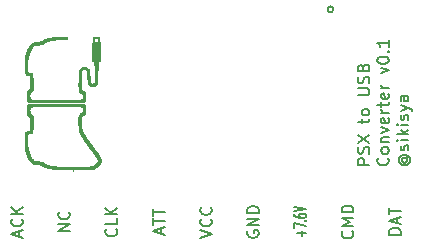
<source format=gto>
%TF.GenerationSoftware,KiCad,Pcbnew,(5.1.9)-1*%
%TF.CreationDate,2021-08-22T22:08:55+09:00*%
%TF.ProjectId,negcon_converter,6e656763-6f6e-45f6-936f-6e7665727465,rev?*%
%TF.SameCoordinates,Original*%
%TF.FileFunction,Legend,Top*%
%TF.FilePolarity,Positive*%
%FSLAX46Y46*%
G04 Gerber Fmt 4.6, Leading zero omitted, Abs format (unit mm)*
G04 Created by KiCad (PCBNEW (5.1.9)-1) date 2021-08-22 22:08:55*
%MOMM*%
%LPD*%
G01*
G04 APERTURE LIST*
%ADD10C,0.150000*%
%ADD11C,0.010000*%
G04 APERTURE END LIST*
D10*
X122302380Y-104164404D02*
X121302380Y-104164404D01*
X121302380Y-103783452D01*
X121350000Y-103688214D01*
X121397619Y-103640595D01*
X121492857Y-103592976D01*
X121635714Y-103592976D01*
X121730952Y-103640595D01*
X121778571Y-103688214D01*
X121826190Y-103783452D01*
X121826190Y-104164404D01*
X122254761Y-103212023D02*
X122302380Y-103069166D01*
X122302380Y-102831071D01*
X122254761Y-102735833D01*
X122207142Y-102688214D01*
X122111904Y-102640595D01*
X122016666Y-102640595D01*
X121921428Y-102688214D01*
X121873809Y-102735833D01*
X121826190Y-102831071D01*
X121778571Y-103021547D01*
X121730952Y-103116785D01*
X121683333Y-103164404D01*
X121588095Y-103212023D01*
X121492857Y-103212023D01*
X121397619Y-103164404D01*
X121350000Y-103116785D01*
X121302380Y-103021547D01*
X121302380Y-102783452D01*
X121350000Y-102640595D01*
X121302380Y-102307261D02*
X122302380Y-101640595D01*
X121302380Y-101640595D02*
X122302380Y-102307261D01*
X121635714Y-100640595D02*
X121635714Y-100259642D01*
X121302380Y-100497738D02*
X122159523Y-100497738D01*
X122254761Y-100450119D01*
X122302380Y-100354880D01*
X122302380Y-100259642D01*
X122302380Y-99783452D02*
X122254761Y-99878690D01*
X122207142Y-99926309D01*
X122111904Y-99973928D01*
X121826190Y-99973928D01*
X121730952Y-99926309D01*
X121683333Y-99878690D01*
X121635714Y-99783452D01*
X121635714Y-99640595D01*
X121683333Y-99545357D01*
X121730952Y-99497738D01*
X121826190Y-99450119D01*
X122111904Y-99450119D01*
X122207142Y-99497738D01*
X122254761Y-99545357D01*
X122302380Y-99640595D01*
X122302380Y-99783452D01*
X121302380Y-98259642D02*
X122111904Y-98259642D01*
X122207142Y-98212023D01*
X122254761Y-98164404D01*
X122302380Y-98069166D01*
X122302380Y-97878690D01*
X122254761Y-97783452D01*
X122207142Y-97735833D01*
X122111904Y-97688214D01*
X121302380Y-97688214D01*
X122254761Y-97259642D02*
X122302380Y-97116785D01*
X122302380Y-96878690D01*
X122254761Y-96783452D01*
X122207142Y-96735833D01*
X122111904Y-96688214D01*
X122016666Y-96688214D01*
X121921428Y-96735833D01*
X121873809Y-96783452D01*
X121826190Y-96878690D01*
X121778571Y-97069166D01*
X121730952Y-97164404D01*
X121683333Y-97212023D01*
X121588095Y-97259642D01*
X121492857Y-97259642D01*
X121397619Y-97212023D01*
X121350000Y-97164404D01*
X121302380Y-97069166D01*
X121302380Y-96831071D01*
X121350000Y-96688214D01*
X121778571Y-95926309D02*
X121826190Y-95783452D01*
X121873809Y-95735833D01*
X121969047Y-95688214D01*
X122111904Y-95688214D01*
X122207142Y-95735833D01*
X122254761Y-95783452D01*
X122302380Y-95878690D01*
X122302380Y-96259642D01*
X121302380Y-96259642D01*
X121302380Y-95926309D01*
X121350000Y-95831071D01*
X121397619Y-95783452D01*
X121492857Y-95735833D01*
X121588095Y-95735833D01*
X121683333Y-95783452D01*
X121730952Y-95831071D01*
X121778571Y-95926309D01*
X121778571Y-96259642D01*
X123857142Y-103592976D02*
X123904761Y-103640595D01*
X123952380Y-103783452D01*
X123952380Y-103878690D01*
X123904761Y-104021547D01*
X123809523Y-104116785D01*
X123714285Y-104164404D01*
X123523809Y-104212023D01*
X123380952Y-104212023D01*
X123190476Y-104164404D01*
X123095238Y-104116785D01*
X123000000Y-104021547D01*
X122952380Y-103878690D01*
X122952380Y-103783452D01*
X123000000Y-103640595D01*
X123047619Y-103592976D01*
X123952380Y-103021547D02*
X123904761Y-103116785D01*
X123857142Y-103164404D01*
X123761904Y-103212023D01*
X123476190Y-103212023D01*
X123380952Y-103164404D01*
X123333333Y-103116785D01*
X123285714Y-103021547D01*
X123285714Y-102878690D01*
X123333333Y-102783452D01*
X123380952Y-102735833D01*
X123476190Y-102688214D01*
X123761904Y-102688214D01*
X123857142Y-102735833D01*
X123904761Y-102783452D01*
X123952380Y-102878690D01*
X123952380Y-103021547D01*
X123285714Y-102259642D02*
X123952380Y-102259642D01*
X123380952Y-102259642D02*
X123333333Y-102212023D01*
X123285714Y-102116785D01*
X123285714Y-101973928D01*
X123333333Y-101878690D01*
X123428571Y-101831071D01*
X123952380Y-101831071D01*
X123285714Y-101450119D02*
X123952380Y-101212023D01*
X123285714Y-100973928D01*
X123904761Y-100212023D02*
X123952380Y-100307261D01*
X123952380Y-100497738D01*
X123904761Y-100592976D01*
X123809523Y-100640595D01*
X123428571Y-100640595D01*
X123333333Y-100592976D01*
X123285714Y-100497738D01*
X123285714Y-100307261D01*
X123333333Y-100212023D01*
X123428571Y-100164404D01*
X123523809Y-100164404D01*
X123619047Y-100640595D01*
X123952380Y-99735833D02*
X123285714Y-99735833D01*
X123476190Y-99735833D02*
X123380952Y-99688214D01*
X123333333Y-99640595D01*
X123285714Y-99545357D01*
X123285714Y-99450119D01*
X123285714Y-99259642D02*
X123285714Y-98878690D01*
X122952380Y-99116785D02*
X123809523Y-99116785D01*
X123904761Y-99069166D01*
X123952380Y-98973928D01*
X123952380Y-98878690D01*
X123904761Y-98164404D02*
X123952380Y-98259642D01*
X123952380Y-98450119D01*
X123904761Y-98545357D01*
X123809523Y-98592976D01*
X123428571Y-98592976D01*
X123333333Y-98545357D01*
X123285714Y-98450119D01*
X123285714Y-98259642D01*
X123333333Y-98164404D01*
X123428571Y-98116785D01*
X123523809Y-98116785D01*
X123619047Y-98592976D01*
X123952380Y-97688214D02*
X123285714Y-97688214D01*
X123476190Y-97688214D02*
X123380952Y-97640595D01*
X123333333Y-97592976D01*
X123285714Y-97497738D01*
X123285714Y-97402500D01*
X123285714Y-96402500D02*
X123952380Y-96164404D01*
X123285714Y-95926309D01*
X122952380Y-95354880D02*
X122952380Y-95259642D01*
X123000000Y-95164404D01*
X123047619Y-95116785D01*
X123142857Y-95069166D01*
X123333333Y-95021547D01*
X123571428Y-95021547D01*
X123761904Y-95069166D01*
X123857142Y-95116785D01*
X123904761Y-95164404D01*
X123952380Y-95259642D01*
X123952380Y-95354880D01*
X123904761Y-95450119D01*
X123857142Y-95497738D01*
X123761904Y-95545357D01*
X123571428Y-95592976D01*
X123333333Y-95592976D01*
X123142857Y-95545357D01*
X123047619Y-95497738D01*
X123000000Y-95450119D01*
X122952380Y-95354880D01*
X123857142Y-94592976D02*
X123904761Y-94545357D01*
X123952380Y-94592976D01*
X123904761Y-94640595D01*
X123857142Y-94592976D01*
X123952380Y-94592976D01*
X123952380Y-93592976D02*
X123952380Y-94164404D01*
X123952380Y-93878690D02*
X122952380Y-93878690D01*
X123095238Y-93973928D01*
X123190476Y-94069166D01*
X123238095Y-94164404D01*
X125126190Y-103545357D02*
X125078571Y-103592976D01*
X125030952Y-103688214D01*
X125030952Y-103783452D01*
X125078571Y-103878690D01*
X125126190Y-103926309D01*
X125221428Y-103973928D01*
X125316666Y-103973928D01*
X125411904Y-103926309D01*
X125459523Y-103878690D01*
X125507142Y-103783452D01*
X125507142Y-103688214D01*
X125459523Y-103592976D01*
X125411904Y-103545357D01*
X125030952Y-103545357D02*
X125411904Y-103545357D01*
X125459523Y-103497738D01*
X125459523Y-103450119D01*
X125411904Y-103354880D01*
X125316666Y-103307261D01*
X125078571Y-103307261D01*
X124935714Y-103402500D01*
X124840476Y-103545357D01*
X124792857Y-103735833D01*
X124840476Y-103926309D01*
X124935714Y-104069166D01*
X125078571Y-104164404D01*
X125269047Y-104212023D01*
X125459523Y-104164404D01*
X125602380Y-104069166D01*
X125697619Y-103926309D01*
X125745238Y-103735833D01*
X125697619Y-103545357D01*
X125602380Y-103402500D01*
X125554761Y-102926309D02*
X125602380Y-102831071D01*
X125602380Y-102640595D01*
X125554761Y-102545357D01*
X125459523Y-102497738D01*
X125411904Y-102497738D01*
X125316666Y-102545357D01*
X125269047Y-102640595D01*
X125269047Y-102783452D01*
X125221428Y-102878690D01*
X125126190Y-102926309D01*
X125078571Y-102926309D01*
X124983333Y-102878690D01*
X124935714Y-102783452D01*
X124935714Y-102640595D01*
X124983333Y-102545357D01*
X125602380Y-102069166D02*
X124935714Y-102069166D01*
X124602380Y-102069166D02*
X124650000Y-102116785D01*
X124697619Y-102069166D01*
X124650000Y-102021547D01*
X124602380Y-102069166D01*
X124697619Y-102069166D01*
X125602380Y-101592976D02*
X124602380Y-101592976D01*
X125221428Y-101497738D02*
X125602380Y-101212023D01*
X124935714Y-101212023D02*
X125316666Y-101592976D01*
X125602380Y-100783452D02*
X124935714Y-100783452D01*
X124602380Y-100783452D02*
X124650000Y-100831071D01*
X124697619Y-100783452D01*
X124650000Y-100735833D01*
X124602380Y-100783452D01*
X124697619Y-100783452D01*
X125554761Y-100354880D02*
X125602380Y-100259642D01*
X125602380Y-100069166D01*
X125554761Y-99973928D01*
X125459523Y-99926309D01*
X125411904Y-99926309D01*
X125316666Y-99973928D01*
X125269047Y-100069166D01*
X125269047Y-100212023D01*
X125221428Y-100307261D01*
X125126190Y-100354880D01*
X125078571Y-100354880D01*
X124983333Y-100307261D01*
X124935714Y-100212023D01*
X124935714Y-100069166D01*
X124983333Y-99973928D01*
X124935714Y-99592976D02*
X125602380Y-99354880D01*
X124935714Y-99116785D02*
X125602380Y-99354880D01*
X125840476Y-99450119D01*
X125888095Y-99497738D01*
X125935714Y-99592976D01*
X125602380Y-98307261D02*
X125078571Y-98307261D01*
X124983333Y-98354880D01*
X124935714Y-98450119D01*
X124935714Y-98640595D01*
X124983333Y-98735833D01*
X125554761Y-98307261D02*
X125602380Y-98402500D01*
X125602380Y-98640595D01*
X125554761Y-98735833D01*
X125459523Y-98783452D01*
X125364285Y-98783452D01*
X125269047Y-98735833D01*
X125221428Y-98640595D01*
X125221428Y-98402500D01*
X125173809Y-98307261D01*
X119250000Y-91000000D02*
G75*
G03*
X119250000Y-91000000I-250000J0D01*
G01*
D11*
%TO.C,G\u002A\u002A\u002A*%
G36*
X93195123Y-101347501D02*
G01*
X93283898Y-101290481D01*
X93400514Y-101269712D01*
X93433589Y-101269067D01*
X93587467Y-101269067D01*
X93587467Y-100221937D01*
X93452000Y-100083734D01*
X93316534Y-99945531D01*
X93316533Y-99510582D01*
X93317034Y-99332085D01*
X93319810Y-99209887D01*
X93326776Y-99132555D01*
X93339844Y-99088657D01*
X93360928Y-99066758D01*
X93391941Y-99055426D01*
X93392733Y-99055213D01*
X93440826Y-99051307D01*
X93549820Y-99047825D01*
X93712884Y-99044765D01*
X93923187Y-99042128D01*
X94173899Y-99039913D01*
X94458188Y-99038118D01*
X94769224Y-99036745D01*
X95100175Y-99035791D01*
X95444211Y-99035257D01*
X95794501Y-99035142D01*
X96144213Y-99035445D01*
X96486518Y-99036166D01*
X96814584Y-99037304D01*
X97121580Y-99038859D01*
X97400675Y-99040830D01*
X97645039Y-99043217D01*
X97847840Y-99046018D01*
X98002248Y-99049234D01*
X98101431Y-99052864D01*
X98134067Y-99055604D01*
X98261067Y-99076596D01*
X98260548Y-99453165D01*
X98258206Y-99608460D01*
X98252258Y-99739752D01*
X98243651Y-99831603D01*
X98235148Y-99866853D01*
X98186425Y-99901343D01*
X98113042Y-99927791D01*
X97994074Y-99979954D01*
X97931188Y-100061814D01*
X97922400Y-100115181D01*
X97908657Y-100171514D01*
X97888534Y-100185334D01*
X97873464Y-100217798D01*
X97862375Y-100309738D01*
X97855976Y-100452974D01*
X97854667Y-100574800D01*
X97857490Y-100748096D01*
X97865485Y-100875626D01*
X97877940Y-100949214D01*
X97888534Y-100964267D01*
X97910918Y-100994039D01*
X97922108Y-101067245D01*
X97922400Y-101082801D01*
X97930906Y-101161147D01*
X97951822Y-101200310D01*
X97956267Y-101201334D01*
X97985429Y-101229121D01*
X97990134Y-101257687D01*
X98002944Y-101324355D01*
X98034456Y-101412145D01*
X98074295Y-101497951D01*
X98112083Y-101558663D01*
X98132118Y-101573867D01*
X98156407Y-101601389D01*
X98159467Y-101624667D01*
X98175803Y-101669764D01*
X98189662Y-101675467D01*
X98219476Y-101704169D01*
X98241107Y-101760134D01*
X98268302Y-101823563D01*
X98295579Y-101844800D01*
X98324488Y-101872478D01*
X98328800Y-101899193D01*
X98353591Y-101957056D01*
X98413223Y-102019992D01*
X98413467Y-102020184D01*
X98472869Y-102079370D01*
X98498125Y-102129265D01*
X98498134Y-102129876D01*
X98521264Y-102183172D01*
X98565867Y-102234267D01*
X98616667Y-102294130D01*
X98633600Y-102336372D01*
X98658390Y-102383770D01*
X98718022Y-102440578D01*
X98718267Y-102440762D01*
X98778080Y-102498725D01*
X98802934Y-102548722D01*
X98825973Y-102600428D01*
X98882000Y-102666281D01*
X98887600Y-102671568D01*
X98944879Y-102730738D01*
X98971943Y-102770672D01*
X98972267Y-102772980D01*
X98987990Y-102809888D01*
X99039629Y-102876104D01*
X99133134Y-102979425D01*
X99185456Y-103041717D01*
X99209204Y-103082495D01*
X99209334Y-103083978D01*
X99231791Y-103120389D01*
X99286600Y-103178554D01*
X99294000Y-103185500D01*
X99352142Y-103253785D01*
X99378525Y-103313206D01*
X99378667Y-103316383D01*
X99392673Y-103362532D01*
X99405232Y-103368800D01*
X99438743Y-103395034D01*
X99484994Y-103459011D01*
X99489898Y-103467159D01*
X99521619Y-103558960D01*
X99541224Y-103689749D01*
X99547011Y-103831585D01*
X99537280Y-103956529D01*
X99523092Y-104012267D01*
X99482838Y-104074337D01*
X99441099Y-104117840D01*
X99393050Y-104168657D01*
X99378667Y-104196459D01*
X99355409Y-104240056D01*
X99305923Y-104290340D01*
X99260638Y-104316881D01*
X99258058Y-104317067D01*
X99220737Y-104339998D01*
X99171955Y-104388850D01*
X99079216Y-104449213D01*
X98956316Y-104477921D01*
X98865136Y-104494008D01*
X98810198Y-104514911D01*
X98802934Y-104524672D01*
X98770167Y-104530715D01*
X98676263Y-104536333D01*
X98527820Y-104541400D01*
X98331433Y-104545793D01*
X98093699Y-104549386D01*
X97821213Y-104552055D01*
X97520573Y-104553675D01*
X97245067Y-104554134D01*
X97067105Y-104553794D01*
X97067105Y-104351197D01*
X97331683Y-104350897D01*
X97593430Y-104349535D01*
X97843527Y-104347125D01*
X98073154Y-104343685D01*
X98273492Y-104339231D01*
X98435723Y-104333779D01*
X98551026Y-104327345D01*
X98610582Y-104319946D01*
X98616667Y-104317067D01*
X98662191Y-104293184D01*
X98742367Y-104283201D01*
X98742701Y-104283201D01*
X98819395Y-104267104D01*
X98919214Y-104225986D01*
X99023090Y-104170603D01*
X99111960Y-104111714D01*
X99166756Y-104060073D01*
X99175467Y-104039026D01*
X99195617Y-103993178D01*
X99245514Y-103922374D01*
X99260134Y-103904491D01*
X99315148Y-103828101D01*
X99343684Y-103766975D01*
X99344800Y-103758267D01*
X99324360Y-103704344D01*
X99273838Y-103628931D01*
X99260134Y-103612043D01*
X99205527Y-103539663D01*
X99176771Y-103486947D01*
X99175467Y-103479882D01*
X99152910Y-103437312D01*
X99097893Y-103375574D01*
X99090800Y-103368800D01*
X99033192Y-103304198D01*
X99006380Y-103253476D01*
X99006134Y-103250267D01*
X98983333Y-103202726D01*
X98927540Y-103137814D01*
X98918539Y-103129171D01*
X98856020Y-103061128D01*
X98772484Y-102957927D01*
X98684821Y-102840541D01*
X98675135Y-102826934D01*
X98595968Y-102719378D01*
X98526898Y-102633168D01*
X98480596Y-102583946D01*
X98474863Y-102579718D01*
X98434615Y-102529922D01*
X98430400Y-102508767D01*
X98407244Y-102454850D01*
X98362667Y-102403600D01*
X98311749Y-102342195D01*
X98294934Y-102297532D01*
X98269056Y-102248434D01*
X98210267Y-102197286D01*
X98149429Y-102143082D01*
X98125600Y-102094984D01*
X98107072Y-102043360D01*
X98059221Y-101958876D01*
X98011466Y-101887212D01*
X97934869Y-101769485D01*
X97866078Y-101647701D01*
X97838680Y-101590800D01*
X97794746Y-101489302D01*
X97757862Y-101404050D01*
X97750750Y-101387601D01*
X97716328Y-101268957D01*
X97689311Y-101099431D01*
X97670344Y-100895537D01*
X97660075Y-100673787D01*
X97659151Y-100450694D01*
X97668218Y-100242773D01*
X97687923Y-100066536D01*
X97697066Y-100017219D01*
X97724097Y-99908260D01*
X97759586Y-99840850D01*
X97822541Y-99790157D01*
X97905467Y-99744943D01*
X98074800Y-99657714D01*
X98084957Y-99464324D01*
X98088912Y-99355291D01*
X98081899Y-99297560D01*
X98057677Y-99274864D01*
X98010756Y-99270934D01*
X97938381Y-99258687D01*
X97905467Y-99237067D01*
X97866755Y-99229380D01*
X97761535Y-99222681D01*
X97591027Y-99216987D01*
X97356448Y-99212318D01*
X97059018Y-99208692D01*
X96699956Y-99206128D01*
X96280479Y-99204645D01*
X95801808Y-99204260D01*
X95761401Y-99204278D01*
X95313927Y-99204749D01*
X94929691Y-99205739D01*
X94604199Y-99207341D01*
X94332956Y-99209652D01*
X94111468Y-99212766D01*
X93935242Y-99216777D01*
X93799782Y-99221781D01*
X93700596Y-99227873D01*
X93633188Y-99235146D01*
X93593064Y-99243697D01*
X93579000Y-99250344D01*
X93545488Y-99292056D01*
X93526990Y-99363954D01*
X93520067Y-99482205D01*
X93519733Y-99529016D01*
X93521828Y-99654794D01*
X93534047Y-99737303D01*
X93565294Y-99800994D01*
X93624471Y-99870321D01*
X93655897Y-99902985D01*
X93792061Y-100043273D01*
X93782897Y-100749303D01*
X93773734Y-101455334D01*
X93625301Y-101465968D01*
X93512471Y-101484803D01*
X93415580Y-101518487D01*
X93396701Y-101529129D01*
X93366171Y-101551521D01*
X93344578Y-101579507D01*
X93330376Y-101624116D01*
X93322017Y-101696376D01*
X93317956Y-101807315D01*
X93316644Y-101967961D01*
X93316533Y-102100697D01*
X93318693Y-102301715D01*
X93324805Y-102463791D01*
X93334317Y-102578126D01*
X93346677Y-102635918D01*
X93350400Y-102640667D01*
X93374756Y-102686428D01*
X93384267Y-102761659D01*
X93387662Y-102828591D01*
X93402985Y-102890469D01*
X93437946Y-102970774D01*
X93480579Y-103055074D01*
X93512036Y-103147319D01*
X93519733Y-103208079D01*
X93538369Y-103283726D01*
X93584966Y-103379274D01*
X93604400Y-103409942D01*
X93656410Y-103496445D01*
X93686270Y-103565407D01*
X93689067Y-103581469D01*
X93713735Y-103627744D01*
X93776978Y-103695586D01*
X93829904Y-103741577D01*
X93907595Y-103799308D01*
X93978334Y-103834651D01*
X94064397Y-103854424D01*
X94188063Y-103865442D01*
X94244770Y-103868512D01*
X94416285Y-103884936D01*
X94562790Y-103913720D01*
X94671984Y-103951226D01*
X94731566Y-103993814D01*
X94738933Y-104014694D01*
X94767218Y-104048651D01*
X94832067Y-104081538D01*
X95003255Y-104149752D01*
X95152049Y-104218612D01*
X95209722Y-104233584D01*
X95316763Y-104249620D01*
X95454898Y-104264237D01*
X95534189Y-104270539D01*
X95675557Y-104283170D01*
X95789757Y-104298438D01*
X95861086Y-104313975D01*
X95876606Y-104322146D01*
X95914063Y-104329748D01*
X96010423Y-104336171D01*
X96156868Y-104341434D01*
X96344578Y-104345551D01*
X96564733Y-104348540D01*
X96808516Y-104350416D01*
X97067105Y-104351197D01*
X97067105Y-104553794D01*
X96927520Y-104553527D01*
X96631710Y-104551789D01*
X96364322Y-104549043D01*
X96132040Y-104545414D01*
X95941551Y-104541026D01*
X95799539Y-104536001D01*
X95712689Y-104530465D01*
X95687200Y-104525266D01*
X95655792Y-104510817D01*
X95571230Y-104495232D01*
X95448007Y-104480791D01*
X95357000Y-104473304D01*
X95215278Y-104460334D01*
X95101538Y-104444148D01*
X95030943Y-104427226D01*
X95015511Y-104417505D01*
X94977348Y-104394063D01*
X94905445Y-104384800D01*
X94835164Y-104377235D01*
X94806278Y-104359401D01*
X94778318Y-104330747D01*
X94708290Y-104288234D01*
X94670812Y-104269285D01*
X94589025Y-104224262D01*
X94541020Y-104186544D01*
X94535733Y-104176152D01*
X94507322Y-104153049D01*
X94468000Y-104147734D01*
X94412939Y-104135467D01*
X94400267Y-104118482D01*
X94368887Y-104104180D01*
X94284627Y-104089871D01*
X94162307Y-104077701D01*
X94083714Y-104072672D01*
X93935085Y-104063976D01*
X93835617Y-104052527D01*
X93766827Y-104032137D01*
X93710230Y-103996619D01*
X93647342Y-103939784D01*
X93626514Y-103919620D01*
X93549722Y-103836152D01*
X93498636Y-103763490D01*
X93485867Y-103728364D01*
X93468742Y-103680808D01*
X93452000Y-103673600D01*
X93421954Y-103646170D01*
X93418134Y-103622800D01*
X93400947Y-103577716D01*
X93386342Y-103572000D01*
X93362893Y-103541848D01*
X93340068Y-103465526D01*
X93331697Y-103419600D01*
X93312154Y-103328880D01*
X93288941Y-103274322D01*
X93278821Y-103267200D01*
X93256247Y-103238196D01*
X93248800Y-103182534D01*
X93238367Y-103118870D01*
X93218344Y-103097867D01*
X93195570Y-103074557D01*
X93176245Y-103002204D01*
X93160031Y-102877180D01*
X93146589Y-102695852D01*
X93135581Y-102454590D01*
X93126671Y-102149764D01*
X93125554Y-102101034D01*
X93110536Y-101425935D01*
X93195123Y-101347501D01*
G37*
X93195123Y-101347501D02*
X93283898Y-101290481D01*
X93400514Y-101269712D01*
X93433589Y-101269067D01*
X93587467Y-101269067D01*
X93587467Y-100221937D01*
X93452000Y-100083734D01*
X93316534Y-99945531D01*
X93316533Y-99510582D01*
X93317034Y-99332085D01*
X93319810Y-99209887D01*
X93326776Y-99132555D01*
X93339844Y-99088657D01*
X93360928Y-99066758D01*
X93391941Y-99055426D01*
X93392733Y-99055213D01*
X93440826Y-99051307D01*
X93549820Y-99047825D01*
X93712884Y-99044765D01*
X93923187Y-99042128D01*
X94173899Y-99039913D01*
X94458188Y-99038118D01*
X94769224Y-99036745D01*
X95100175Y-99035791D01*
X95444211Y-99035257D01*
X95794501Y-99035142D01*
X96144213Y-99035445D01*
X96486518Y-99036166D01*
X96814584Y-99037304D01*
X97121580Y-99038859D01*
X97400675Y-99040830D01*
X97645039Y-99043217D01*
X97847840Y-99046018D01*
X98002248Y-99049234D01*
X98101431Y-99052864D01*
X98134067Y-99055604D01*
X98261067Y-99076596D01*
X98260548Y-99453165D01*
X98258206Y-99608460D01*
X98252258Y-99739752D01*
X98243651Y-99831603D01*
X98235148Y-99866853D01*
X98186425Y-99901343D01*
X98113042Y-99927791D01*
X97994074Y-99979954D01*
X97931188Y-100061814D01*
X97922400Y-100115181D01*
X97908657Y-100171514D01*
X97888534Y-100185334D01*
X97873464Y-100217798D01*
X97862375Y-100309738D01*
X97855976Y-100452974D01*
X97854667Y-100574800D01*
X97857490Y-100748096D01*
X97865485Y-100875626D01*
X97877940Y-100949214D01*
X97888534Y-100964267D01*
X97910918Y-100994039D01*
X97922108Y-101067245D01*
X97922400Y-101082801D01*
X97930906Y-101161147D01*
X97951822Y-101200310D01*
X97956267Y-101201334D01*
X97985429Y-101229121D01*
X97990134Y-101257687D01*
X98002944Y-101324355D01*
X98034456Y-101412145D01*
X98074295Y-101497951D01*
X98112083Y-101558663D01*
X98132118Y-101573867D01*
X98156407Y-101601389D01*
X98159467Y-101624667D01*
X98175803Y-101669764D01*
X98189662Y-101675467D01*
X98219476Y-101704169D01*
X98241107Y-101760134D01*
X98268302Y-101823563D01*
X98295579Y-101844800D01*
X98324488Y-101872478D01*
X98328800Y-101899193D01*
X98353591Y-101957056D01*
X98413223Y-102019992D01*
X98413467Y-102020184D01*
X98472869Y-102079370D01*
X98498125Y-102129265D01*
X98498134Y-102129876D01*
X98521264Y-102183172D01*
X98565867Y-102234267D01*
X98616667Y-102294130D01*
X98633600Y-102336372D01*
X98658390Y-102383770D01*
X98718022Y-102440578D01*
X98718267Y-102440762D01*
X98778080Y-102498725D01*
X98802934Y-102548722D01*
X98825973Y-102600428D01*
X98882000Y-102666281D01*
X98887600Y-102671568D01*
X98944879Y-102730738D01*
X98971943Y-102770672D01*
X98972267Y-102772980D01*
X98987990Y-102809888D01*
X99039629Y-102876104D01*
X99133134Y-102979425D01*
X99185456Y-103041717D01*
X99209204Y-103082495D01*
X99209334Y-103083978D01*
X99231791Y-103120389D01*
X99286600Y-103178554D01*
X99294000Y-103185500D01*
X99352142Y-103253785D01*
X99378525Y-103313206D01*
X99378667Y-103316383D01*
X99392673Y-103362532D01*
X99405232Y-103368800D01*
X99438743Y-103395034D01*
X99484994Y-103459011D01*
X99489898Y-103467159D01*
X99521619Y-103558960D01*
X99541224Y-103689749D01*
X99547011Y-103831585D01*
X99537280Y-103956529D01*
X99523092Y-104012267D01*
X99482838Y-104074337D01*
X99441099Y-104117840D01*
X99393050Y-104168657D01*
X99378667Y-104196459D01*
X99355409Y-104240056D01*
X99305923Y-104290340D01*
X99260638Y-104316881D01*
X99258058Y-104317067D01*
X99220737Y-104339998D01*
X99171955Y-104388850D01*
X99079216Y-104449213D01*
X98956316Y-104477921D01*
X98865136Y-104494008D01*
X98810198Y-104514911D01*
X98802934Y-104524672D01*
X98770167Y-104530715D01*
X98676263Y-104536333D01*
X98527820Y-104541400D01*
X98331433Y-104545793D01*
X98093699Y-104549386D01*
X97821213Y-104552055D01*
X97520573Y-104553675D01*
X97245067Y-104554134D01*
X97067105Y-104553794D01*
X97067105Y-104351197D01*
X97331683Y-104350897D01*
X97593430Y-104349535D01*
X97843527Y-104347125D01*
X98073154Y-104343685D01*
X98273492Y-104339231D01*
X98435723Y-104333779D01*
X98551026Y-104327345D01*
X98610582Y-104319946D01*
X98616667Y-104317067D01*
X98662191Y-104293184D01*
X98742367Y-104283201D01*
X98742701Y-104283201D01*
X98819395Y-104267104D01*
X98919214Y-104225986D01*
X99023090Y-104170603D01*
X99111960Y-104111714D01*
X99166756Y-104060073D01*
X99175467Y-104039026D01*
X99195617Y-103993178D01*
X99245514Y-103922374D01*
X99260134Y-103904491D01*
X99315148Y-103828101D01*
X99343684Y-103766975D01*
X99344800Y-103758267D01*
X99324360Y-103704344D01*
X99273838Y-103628931D01*
X99260134Y-103612043D01*
X99205527Y-103539663D01*
X99176771Y-103486947D01*
X99175467Y-103479882D01*
X99152910Y-103437312D01*
X99097893Y-103375574D01*
X99090800Y-103368800D01*
X99033192Y-103304198D01*
X99006380Y-103253476D01*
X99006134Y-103250267D01*
X98983333Y-103202726D01*
X98927540Y-103137814D01*
X98918539Y-103129171D01*
X98856020Y-103061128D01*
X98772484Y-102957927D01*
X98684821Y-102840541D01*
X98675135Y-102826934D01*
X98595968Y-102719378D01*
X98526898Y-102633168D01*
X98480596Y-102583946D01*
X98474863Y-102579718D01*
X98434615Y-102529922D01*
X98430400Y-102508767D01*
X98407244Y-102454850D01*
X98362667Y-102403600D01*
X98311749Y-102342195D01*
X98294934Y-102297532D01*
X98269056Y-102248434D01*
X98210267Y-102197286D01*
X98149429Y-102143082D01*
X98125600Y-102094984D01*
X98107072Y-102043360D01*
X98059221Y-101958876D01*
X98011466Y-101887212D01*
X97934869Y-101769485D01*
X97866078Y-101647701D01*
X97838680Y-101590800D01*
X97794746Y-101489302D01*
X97757862Y-101404050D01*
X97750750Y-101387601D01*
X97716328Y-101268957D01*
X97689311Y-101099431D01*
X97670344Y-100895537D01*
X97660075Y-100673787D01*
X97659151Y-100450694D01*
X97668218Y-100242773D01*
X97687923Y-100066536D01*
X97697066Y-100017219D01*
X97724097Y-99908260D01*
X97759586Y-99840850D01*
X97822541Y-99790157D01*
X97905467Y-99744943D01*
X98074800Y-99657714D01*
X98084957Y-99464324D01*
X98088912Y-99355291D01*
X98081899Y-99297560D01*
X98057677Y-99274864D01*
X98010756Y-99270934D01*
X97938381Y-99258687D01*
X97905467Y-99237067D01*
X97866755Y-99229380D01*
X97761535Y-99222681D01*
X97591027Y-99216987D01*
X97356448Y-99212318D01*
X97059018Y-99208692D01*
X96699956Y-99206128D01*
X96280479Y-99204645D01*
X95801808Y-99204260D01*
X95761401Y-99204278D01*
X95313927Y-99204749D01*
X94929691Y-99205739D01*
X94604199Y-99207341D01*
X94332956Y-99209652D01*
X94111468Y-99212766D01*
X93935242Y-99216777D01*
X93799782Y-99221781D01*
X93700596Y-99227873D01*
X93633188Y-99235146D01*
X93593064Y-99243697D01*
X93579000Y-99250344D01*
X93545488Y-99292056D01*
X93526990Y-99363954D01*
X93520067Y-99482205D01*
X93519733Y-99529016D01*
X93521828Y-99654794D01*
X93534047Y-99737303D01*
X93565294Y-99800994D01*
X93624471Y-99870321D01*
X93655897Y-99902985D01*
X93792061Y-100043273D01*
X93782897Y-100749303D01*
X93773734Y-101455334D01*
X93625301Y-101465968D01*
X93512471Y-101484803D01*
X93415580Y-101518487D01*
X93396701Y-101529129D01*
X93366171Y-101551521D01*
X93344578Y-101579507D01*
X93330376Y-101624116D01*
X93322017Y-101696376D01*
X93317956Y-101807315D01*
X93316644Y-101967961D01*
X93316533Y-102100697D01*
X93318693Y-102301715D01*
X93324805Y-102463791D01*
X93334317Y-102578126D01*
X93346677Y-102635918D01*
X93350400Y-102640667D01*
X93374756Y-102686428D01*
X93384267Y-102761659D01*
X93387662Y-102828591D01*
X93402985Y-102890469D01*
X93437946Y-102970774D01*
X93480579Y-103055074D01*
X93512036Y-103147319D01*
X93519733Y-103208079D01*
X93538369Y-103283726D01*
X93584966Y-103379274D01*
X93604400Y-103409942D01*
X93656410Y-103496445D01*
X93686270Y-103565407D01*
X93689067Y-103581469D01*
X93713735Y-103627744D01*
X93776978Y-103695586D01*
X93829904Y-103741577D01*
X93907595Y-103799308D01*
X93978334Y-103834651D01*
X94064397Y-103854424D01*
X94188063Y-103865442D01*
X94244770Y-103868512D01*
X94416285Y-103884936D01*
X94562790Y-103913720D01*
X94671984Y-103951226D01*
X94731566Y-103993814D01*
X94738933Y-104014694D01*
X94767218Y-104048651D01*
X94832067Y-104081538D01*
X95003255Y-104149752D01*
X95152049Y-104218612D01*
X95209722Y-104233584D01*
X95316763Y-104249620D01*
X95454898Y-104264237D01*
X95534189Y-104270539D01*
X95675557Y-104283170D01*
X95789757Y-104298438D01*
X95861086Y-104313975D01*
X95876606Y-104322146D01*
X95914063Y-104329748D01*
X96010423Y-104336171D01*
X96156868Y-104341434D01*
X96344578Y-104345551D01*
X96564733Y-104348540D01*
X96808516Y-104350416D01*
X97067105Y-104351197D01*
X97067105Y-104553794D01*
X96927520Y-104553527D01*
X96631710Y-104551789D01*
X96364322Y-104549043D01*
X96132040Y-104545414D01*
X95941551Y-104541026D01*
X95799539Y-104536001D01*
X95712689Y-104530465D01*
X95687200Y-104525266D01*
X95655792Y-104510817D01*
X95571230Y-104495232D01*
X95448007Y-104480791D01*
X95357000Y-104473304D01*
X95215278Y-104460334D01*
X95101538Y-104444148D01*
X95030943Y-104427226D01*
X95015511Y-104417505D01*
X94977348Y-104394063D01*
X94905445Y-104384800D01*
X94835164Y-104377235D01*
X94806278Y-104359401D01*
X94778318Y-104330747D01*
X94708290Y-104288234D01*
X94670812Y-104269285D01*
X94589025Y-104224262D01*
X94541020Y-104186544D01*
X94535733Y-104176152D01*
X94507322Y-104153049D01*
X94468000Y-104147734D01*
X94412939Y-104135467D01*
X94400267Y-104118482D01*
X94368887Y-104104180D01*
X94284627Y-104089871D01*
X94162307Y-104077701D01*
X94083714Y-104072672D01*
X93935085Y-104063976D01*
X93835617Y-104052527D01*
X93766827Y-104032137D01*
X93710230Y-103996619D01*
X93647342Y-103939784D01*
X93626514Y-103919620D01*
X93549722Y-103836152D01*
X93498636Y-103763490D01*
X93485867Y-103728364D01*
X93468742Y-103680808D01*
X93452000Y-103673600D01*
X93421954Y-103646170D01*
X93418134Y-103622800D01*
X93400947Y-103577716D01*
X93386342Y-103572000D01*
X93362893Y-103541848D01*
X93340068Y-103465526D01*
X93331697Y-103419600D01*
X93312154Y-103328880D01*
X93288941Y-103274322D01*
X93278821Y-103267200D01*
X93256247Y-103238196D01*
X93248800Y-103182534D01*
X93238367Y-103118870D01*
X93218344Y-103097867D01*
X93195570Y-103074557D01*
X93176245Y-103002204D01*
X93160031Y-102877180D01*
X93146589Y-102695852D01*
X93135581Y-102454590D01*
X93126671Y-102149764D01*
X93125554Y-102101034D01*
X93110536Y-101425935D01*
X93195123Y-101347501D01*
G36*
X93125592Y-95757446D02*
G01*
X93134287Y-95443948D01*
X93145068Y-95194585D01*
X93158270Y-95005778D01*
X93174227Y-94873950D01*
X93193275Y-94795525D01*
X93215748Y-94766925D01*
X93218344Y-94766667D01*
X93241245Y-94737665D01*
X93248800Y-94682000D01*
X93258876Y-94618332D01*
X93278208Y-94597334D01*
X93300222Y-94567252D01*
X93320765Y-94491622D01*
X93326823Y-94454129D01*
X93346375Y-94363290D01*
X93372487Y-94306436D01*
X93382082Y-94298907D01*
X93415029Y-94259370D01*
X93418134Y-94238912D01*
X93437350Y-94195685D01*
X93452000Y-94190934D01*
X93480512Y-94162907D01*
X93485867Y-94130274D01*
X93509496Y-94075157D01*
X93570384Y-93997142D01*
X93627989Y-93938940D01*
X93697394Y-93877554D01*
X93756099Y-93838351D01*
X93822910Y-93815280D01*
X93916632Y-93802287D01*
X94056068Y-93793319D01*
X94085189Y-93791785D01*
X94221849Y-93781724D01*
X94328610Y-93768321D01*
X94390619Y-93753731D01*
X94400267Y-93746053D01*
X94427858Y-93720280D01*
X94452483Y-93716800D01*
X94513746Y-93695072D01*
X94578809Y-93647757D01*
X94660167Y-93589626D01*
X94729793Y-93559418D01*
X94789430Y-93533254D01*
X94806667Y-93509929D01*
X94836046Y-93488493D01*
X94905445Y-93479734D01*
X94979683Y-93469777D01*
X95015511Y-93447029D01*
X95051962Y-93430886D01*
X95140904Y-93413954D01*
X95267173Y-93398709D01*
X95357000Y-93391230D01*
X95497146Y-93378683D01*
X95607765Y-93363553D01*
X95674367Y-93348122D01*
X95687200Y-93339268D01*
X95719080Y-93329062D01*
X95806781Y-93320440D01*
X95938399Y-93314103D01*
X96102027Y-93310750D01*
X96178267Y-93310400D01*
X96669333Y-93310400D01*
X96669333Y-93502939D01*
X96087109Y-93524921D01*
X95893995Y-93534044D01*
X95723904Y-93545539D01*
X95588638Y-93558334D01*
X95499997Y-93571353D01*
X95470735Y-93581052D01*
X95415395Y-93604758D01*
X95328442Y-93615178D01*
X95324367Y-93615200D01*
X95227384Y-93624068D01*
X95153341Y-93645116D01*
X94992559Y-93719365D01*
X94832067Y-93782997D01*
X94765339Y-93817971D01*
X94738933Y-93852267D01*
X94705546Y-93895246D01*
X94607015Y-93933151D01*
X94445788Y-93965292D01*
X94257801Y-93987898D01*
X94107084Y-94004896D01*
X94003092Y-94025785D01*
X93924875Y-94057271D01*
X93851484Y-94106057D01*
X93826001Y-94126093D01*
X93747855Y-94197342D01*
X93698278Y-94258784D01*
X93689067Y-94283065D01*
X93671091Y-94338347D01*
X93625952Y-94421326D01*
X93604400Y-94454592D01*
X93551559Y-94549362D01*
X93521999Y-94635385D01*
X93519733Y-94656455D01*
X93504456Y-94751303D01*
X93485867Y-94800993D01*
X93440714Y-94890686D01*
X93418133Y-94935541D01*
X93392724Y-95020105D01*
X93384267Y-95102876D01*
X93373873Y-95181258D01*
X93350400Y-95223867D01*
X93337339Y-95265029D01*
X93326990Y-95364997D01*
X93319916Y-95514877D01*
X93316678Y-95705776D01*
X93316534Y-95759586D01*
X93316976Y-95956851D01*
X93319298Y-96097436D01*
X93324988Y-96192393D01*
X93335537Y-96252775D01*
X93352435Y-96289634D01*
X93377171Y-96314022D01*
X93392734Y-96324854D01*
X93474284Y-96360231D01*
X93585302Y-96387197D01*
X93621334Y-96392267D01*
X93773734Y-96409201D01*
X93782905Y-97117812D01*
X93792077Y-97826423D01*
X93655905Y-97957269D01*
X93584929Y-98028532D01*
X93544236Y-98086738D01*
X93525405Y-98154851D01*
X93520017Y-98255833D01*
X93519733Y-98328658D01*
X93523591Y-98465520D01*
X93537376Y-98550973D01*
X93564412Y-98601016D01*
X93579000Y-98614190D01*
X93603020Y-98623671D01*
X93651244Y-98631810D01*
X93728167Y-98638701D01*
X93838283Y-98644441D01*
X93986085Y-98649122D01*
X94176069Y-98652841D01*
X94412728Y-98655691D01*
X94700557Y-98657769D01*
X95044049Y-98659169D01*
X95447699Y-98659985D01*
X95761401Y-98660257D01*
X96244709Y-98659960D01*
X96668918Y-98658563D01*
X97032810Y-98656084D01*
X97335166Y-98652542D01*
X97574767Y-98647954D01*
X97750395Y-98642341D01*
X97860830Y-98635721D01*
X97904854Y-98628112D01*
X97905467Y-98627467D01*
X97952052Y-98601450D01*
X98010756Y-98593600D01*
X98058201Y-98589509D01*
X98082155Y-98566360D01*
X98088911Y-98507843D01*
X98084957Y-98401313D01*
X98074800Y-98209025D01*
X97905467Y-98116402D01*
X97809298Y-98059786D01*
X97753623Y-98007603D01*
X97721005Y-97935775D01*
X97695218Y-97826090D01*
X97680514Y-97725235D01*
X97671720Y-97588485D01*
X97668709Y-97407989D01*
X97671352Y-97175893D01*
X97679524Y-96884346D01*
X97679823Y-96875486D01*
X97705343Y-96122571D01*
X97803792Y-96019812D01*
X97939907Y-95919244D01*
X98094426Y-95871149D01*
X98251700Y-95874866D01*
X98396081Y-95929735D01*
X98511921Y-96035095D01*
X98522520Y-96050142D01*
X98557014Y-96108533D01*
X98579505Y-96171116D01*
X98592507Y-96253808D01*
X98598537Y-96372525D01*
X98600106Y-96541209D01*
X98602919Y-96769407D01*
X98611960Y-96940748D01*
X98628904Y-97065954D01*
X98655428Y-97155748D01*
X98693208Y-97220853D01*
X98709286Y-97239668D01*
X98784169Y-97292046D01*
X98866042Y-97290213D01*
X98926559Y-97273244D01*
X98972778Y-97250082D01*
X99006782Y-97212111D01*
X99030654Y-97150716D01*
X99046477Y-97057283D01*
X99056332Y-96923197D01*
X99062304Y-96739843D01*
X99066475Y-96498606D01*
X99067046Y-96458822D01*
X99069112Y-96205133D01*
X99067474Y-96003245D01*
X99062268Y-95857302D01*
X99053627Y-95771451D01*
X99044005Y-95748800D01*
X99020561Y-95719624D01*
X99012768Y-95655667D01*
X99013466Y-95518004D01*
X99006134Y-95439349D01*
X99006134Y-93784534D01*
X99344800Y-93784534D01*
X99344800Y-93412000D01*
X99006134Y-93412000D01*
X99006134Y-93784534D01*
X99006134Y-95439349D01*
X99005694Y-95434628D01*
X98985098Y-95392216D01*
X98947325Y-95377449D01*
X98921467Y-95376267D01*
X98836800Y-95376267D01*
X98836800Y-94580400D01*
X98837300Y-94324829D01*
X98839125Y-94129324D01*
X98842764Y-93986224D01*
X98848707Y-93887868D01*
X98857442Y-93826595D01*
X98869458Y-93794741D01*
X98885245Y-93784647D01*
X98887600Y-93784534D01*
X98916095Y-93769838D01*
X98931932Y-93717325D01*
X98938028Y-93614360D01*
X98938400Y-93564400D01*
X98938400Y-93344267D01*
X99412534Y-93344267D01*
X99412534Y-93564400D01*
X99415925Y-93687877D01*
X99428043Y-93756505D01*
X99451804Y-93782922D01*
X99463334Y-93784534D01*
X99479647Y-93792362D01*
X99492126Y-93820952D01*
X99501260Y-93877967D01*
X99507538Y-93971069D01*
X99511449Y-94107917D01*
X99513482Y-94296175D01*
X99514126Y-94543503D01*
X99514134Y-94580400D01*
X99514134Y-95376267D01*
X99429467Y-95376267D01*
X99381776Y-95382412D01*
X99353377Y-95409727D01*
X99339917Y-95471534D01*
X99337043Y-95581154D01*
X99338165Y-95655667D01*
X99330243Y-95723233D01*
X99310375Y-95748800D01*
X99301399Y-95781073D01*
X99292598Y-95871516D01*
X99284476Y-96010567D01*
X99277533Y-96188664D01*
X99272272Y-96396245D01*
X99270401Y-96510218D01*
X99260134Y-97271635D01*
X99154066Y-97377634D01*
X99017956Y-97474223D01*
X98866494Y-97516370D01*
X98716698Y-97500688D01*
X98658597Y-97476163D01*
X98578234Y-97425558D01*
X98518977Y-97364892D01*
X98477261Y-97283184D01*
X98449522Y-97169449D01*
X98432195Y-97012705D01*
X98421716Y-96801969D01*
X98419769Y-96740267D01*
X98411834Y-96532077D01*
X98401190Y-96380771D01*
X98386502Y-96275513D01*
X98366431Y-96205467D01*
X98349884Y-96173715D01*
X98261417Y-96089301D01*
X98155205Y-96060397D01*
X98047551Y-96083956D01*
X97954758Y-96156934D01*
X97898912Y-96257943D01*
X97885621Y-96327697D01*
X97874637Y-96445236D01*
X97866048Y-96598566D01*
X97859941Y-96775693D01*
X97856404Y-96964621D01*
X97855524Y-97153356D01*
X97857389Y-97329904D01*
X97862086Y-97482270D01*
X97869704Y-97598461D01*
X97880329Y-97666480D01*
X97888534Y-97679201D01*
X97914063Y-97708163D01*
X97922400Y-97763222D01*
X97943540Y-97835433D01*
X98007067Y-97868493D01*
X98070466Y-97894642D01*
X98091734Y-97919939D01*
X98119968Y-97944928D01*
X98155843Y-97950134D01*
X98198013Y-97957781D01*
X98227341Y-97987400D01*
X98246057Y-98049008D01*
X98256393Y-98152620D01*
X98260578Y-98308254D01*
X98261067Y-98422606D01*
X98261067Y-98787938D01*
X98134067Y-98808930D01*
X98076893Y-98812844D01*
X97959790Y-98816345D01*
X97789589Y-98819432D01*
X97573120Y-98822105D01*
X97317214Y-98824362D01*
X97028703Y-98826204D01*
X96714417Y-98827629D01*
X96381188Y-98828637D01*
X96035845Y-98829228D01*
X95685221Y-98829401D01*
X95336145Y-98829156D01*
X94995450Y-98828491D01*
X94669964Y-98827407D01*
X94366521Y-98825903D01*
X94091950Y-98823977D01*
X93853083Y-98821631D01*
X93656750Y-98818862D01*
X93509782Y-98815671D01*
X93419011Y-98812057D01*
X93392734Y-98809321D01*
X93361683Y-98798196D01*
X93340466Y-98776871D01*
X93327213Y-98734007D01*
X93320054Y-98658266D01*
X93317118Y-98538307D01*
X93316535Y-98362791D01*
X93316533Y-98347340D01*
X93316533Y-97905780D01*
X93452000Y-97776913D01*
X93587467Y-97648047D01*
X93587467Y-96595467D01*
X93433527Y-96595467D01*
X93314940Y-96584008D01*
X93230197Y-96542283D01*
X93195100Y-96510979D01*
X93110612Y-96426491D01*
X93125592Y-95757446D01*
G37*
X93125592Y-95757446D02*
X93134287Y-95443948D01*
X93145068Y-95194585D01*
X93158270Y-95005778D01*
X93174227Y-94873950D01*
X93193275Y-94795525D01*
X93215748Y-94766925D01*
X93218344Y-94766667D01*
X93241245Y-94737665D01*
X93248800Y-94682000D01*
X93258876Y-94618332D01*
X93278208Y-94597334D01*
X93300222Y-94567252D01*
X93320765Y-94491622D01*
X93326823Y-94454129D01*
X93346375Y-94363290D01*
X93372487Y-94306436D01*
X93382082Y-94298907D01*
X93415029Y-94259370D01*
X93418134Y-94238912D01*
X93437350Y-94195685D01*
X93452000Y-94190934D01*
X93480512Y-94162907D01*
X93485867Y-94130274D01*
X93509496Y-94075157D01*
X93570384Y-93997142D01*
X93627989Y-93938940D01*
X93697394Y-93877554D01*
X93756099Y-93838351D01*
X93822910Y-93815280D01*
X93916632Y-93802287D01*
X94056068Y-93793319D01*
X94085189Y-93791785D01*
X94221849Y-93781724D01*
X94328610Y-93768321D01*
X94390619Y-93753731D01*
X94400267Y-93746053D01*
X94427858Y-93720280D01*
X94452483Y-93716800D01*
X94513746Y-93695072D01*
X94578809Y-93647757D01*
X94660167Y-93589626D01*
X94729793Y-93559418D01*
X94789430Y-93533254D01*
X94806667Y-93509929D01*
X94836046Y-93488493D01*
X94905445Y-93479734D01*
X94979683Y-93469777D01*
X95015511Y-93447029D01*
X95051962Y-93430886D01*
X95140904Y-93413954D01*
X95267173Y-93398709D01*
X95357000Y-93391230D01*
X95497146Y-93378683D01*
X95607765Y-93363553D01*
X95674367Y-93348122D01*
X95687200Y-93339268D01*
X95719080Y-93329062D01*
X95806781Y-93320440D01*
X95938399Y-93314103D01*
X96102027Y-93310750D01*
X96178267Y-93310400D01*
X96669333Y-93310400D01*
X96669333Y-93502939D01*
X96087109Y-93524921D01*
X95893995Y-93534044D01*
X95723904Y-93545539D01*
X95588638Y-93558334D01*
X95499997Y-93571353D01*
X95470735Y-93581052D01*
X95415395Y-93604758D01*
X95328442Y-93615178D01*
X95324367Y-93615200D01*
X95227384Y-93624068D01*
X95153341Y-93645116D01*
X94992559Y-93719365D01*
X94832067Y-93782997D01*
X94765339Y-93817971D01*
X94738933Y-93852267D01*
X94705546Y-93895246D01*
X94607015Y-93933151D01*
X94445788Y-93965292D01*
X94257801Y-93987898D01*
X94107084Y-94004896D01*
X94003092Y-94025785D01*
X93924875Y-94057271D01*
X93851484Y-94106057D01*
X93826001Y-94126093D01*
X93747855Y-94197342D01*
X93698278Y-94258784D01*
X93689067Y-94283065D01*
X93671091Y-94338347D01*
X93625952Y-94421326D01*
X93604400Y-94454592D01*
X93551559Y-94549362D01*
X93521999Y-94635385D01*
X93519733Y-94656455D01*
X93504456Y-94751303D01*
X93485867Y-94800993D01*
X93440714Y-94890686D01*
X93418133Y-94935541D01*
X93392724Y-95020105D01*
X93384267Y-95102876D01*
X93373873Y-95181258D01*
X93350400Y-95223867D01*
X93337339Y-95265029D01*
X93326990Y-95364997D01*
X93319916Y-95514877D01*
X93316678Y-95705776D01*
X93316534Y-95759586D01*
X93316976Y-95956851D01*
X93319298Y-96097436D01*
X93324988Y-96192393D01*
X93335537Y-96252775D01*
X93352435Y-96289634D01*
X93377171Y-96314022D01*
X93392734Y-96324854D01*
X93474284Y-96360231D01*
X93585302Y-96387197D01*
X93621334Y-96392267D01*
X93773734Y-96409201D01*
X93782905Y-97117812D01*
X93792077Y-97826423D01*
X93655905Y-97957269D01*
X93584929Y-98028532D01*
X93544236Y-98086738D01*
X93525405Y-98154851D01*
X93520017Y-98255833D01*
X93519733Y-98328658D01*
X93523591Y-98465520D01*
X93537376Y-98550973D01*
X93564412Y-98601016D01*
X93579000Y-98614190D01*
X93603020Y-98623671D01*
X93651244Y-98631810D01*
X93728167Y-98638701D01*
X93838283Y-98644441D01*
X93986085Y-98649122D01*
X94176069Y-98652841D01*
X94412728Y-98655691D01*
X94700557Y-98657769D01*
X95044049Y-98659169D01*
X95447699Y-98659985D01*
X95761401Y-98660257D01*
X96244709Y-98659960D01*
X96668918Y-98658563D01*
X97032810Y-98656084D01*
X97335166Y-98652542D01*
X97574767Y-98647954D01*
X97750395Y-98642341D01*
X97860830Y-98635721D01*
X97904854Y-98628112D01*
X97905467Y-98627467D01*
X97952052Y-98601450D01*
X98010756Y-98593600D01*
X98058201Y-98589509D01*
X98082155Y-98566360D01*
X98088911Y-98507843D01*
X98084957Y-98401313D01*
X98074800Y-98209025D01*
X97905467Y-98116402D01*
X97809298Y-98059786D01*
X97753623Y-98007603D01*
X97721005Y-97935775D01*
X97695218Y-97826090D01*
X97680514Y-97725235D01*
X97671720Y-97588485D01*
X97668709Y-97407989D01*
X97671352Y-97175893D01*
X97679524Y-96884346D01*
X97679823Y-96875486D01*
X97705343Y-96122571D01*
X97803792Y-96019812D01*
X97939907Y-95919244D01*
X98094426Y-95871149D01*
X98251700Y-95874866D01*
X98396081Y-95929735D01*
X98511921Y-96035095D01*
X98522520Y-96050142D01*
X98557014Y-96108533D01*
X98579505Y-96171116D01*
X98592507Y-96253808D01*
X98598537Y-96372525D01*
X98600106Y-96541209D01*
X98602919Y-96769407D01*
X98611960Y-96940748D01*
X98628904Y-97065954D01*
X98655428Y-97155748D01*
X98693208Y-97220853D01*
X98709286Y-97239668D01*
X98784169Y-97292046D01*
X98866042Y-97290213D01*
X98926559Y-97273244D01*
X98972778Y-97250082D01*
X99006782Y-97212111D01*
X99030654Y-97150716D01*
X99046477Y-97057283D01*
X99056332Y-96923197D01*
X99062304Y-96739843D01*
X99066475Y-96498606D01*
X99067046Y-96458822D01*
X99069112Y-96205133D01*
X99067474Y-96003245D01*
X99062268Y-95857302D01*
X99053627Y-95771451D01*
X99044005Y-95748800D01*
X99020561Y-95719624D01*
X99012768Y-95655667D01*
X99013466Y-95518004D01*
X99006134Y-95439349D01*
X99006134Y-93784534D01*
X99344800Y-93784534D01*
X99344800Y-93412000D01*
X99006134Y-93412000D01*
X99006134Y-93784534D01*
X99006134Y-95439349D01*
X99005694Y-95434628D01*
X98985098Y-95392216D01*
X98947325Y-95377449D01*
X98921467Y-95376267D01*
X98836800Y-95376267D01*
X98836800Y-94580400D01*
X98837300Y-94324829D01*
X98839125Y-94129324D01*
X98842764Y-93986224D01*
X98848707Y-93887868D01*
X98857442Y-93826595D01*
X98869458Y-93794741D01*
X98885245Y-93784647D01*
X98887600Y-93784534D01*
X98916095Y-93769838D01*
X98931932Y-93717325D01*
X98938028Y-93614360D01*
X98938400Y-93564400D01*
X98938400Y-93344267D01*
X99412534Y-93344267D01*
X99412534Y-93564400D01*
X99415925Y-93687877D01*
X99428043Y-93756505D01*
X99451804Y-93782922D01*
X99463334Y-93784534D01*
X99479647Y-93792362D01*
X99492126Y-93820952D01*
X99501260Y-93877967D01*
X99507538Y-93971069D01*
X99511449Y-94107917D01*
X99513482Y-94296175D01*
X99514126Y-94543503D01*
X99514134Y-94580400D01*
X99514134Y-95376267D01*
X99429467Y-95376267D01*
X99381776Y-95382412D01*
X99353377Y-95409727D01*
X99339917Y-95471534D01*
X99337043Y-95581154D01*
X99338165Y-95655667D01*
X99330243Y-95723233D01*
X99310375Y-95748800D01*
X99301399Y-95781073D01*
X99292598Y-95871516D01*
X99284476Y-96010567D01*
X99277533Y-96188664D01*
X99272272Y-96396245D01*
X99270401Y-96510218D01*
X99260134Y-97271635D01*
X99154066Y-97377634D01*
X99017956Y-97474223D01*
X98866494Y-97516370D01*
X98716698Y-97500688D01*
X98658597Y-97476163D01*
X98578234Y-97425558D01*
X98518977Y-97364892D01*
X98477261Y-97283184D01*
X98449522Y-97169449D01*
X98432195Y-97012705D01*
X98421716Y-96801969D01*
X98419769Y-96740267D01*
X98411834Y-96532077D01*
X98401190Y-96380771D01*
X98386502Y-96275513D01*
X98366431Y-96205467D01*
X98349884Y-96173715D01*
X98261417Y-96089301D01*
X98155205Y-96060397D01*
X98047551Y-96083956D01*
X97954758Y-96156934D01*
X97898912Y-96257943D01*
X97885621Y-96327697D01*
X97874637Y-96445236D01*
X97866048Y-96598566D01*
X97859941Y-96775693D01*
X97856404Y-96964621D01*
X97855524Y-97153356D01*
X97857389Y-97329904D01*
X97862086Y-97482270D01*
X97869704Y-97598461D01*
X97880329Y-97666480D01*
X97888534Y-97679201D01*
X97914063Y-97708163D01*
X97922400Y-97763222D01*
X97943540Y-97835433D01*
X98007067Y-97868493D01*
X98070466Y-97894642D01*
X98091734Y-97919939D01*
X98119968Y-97944928D01*
X98155843Y-97950134D01*
X98198013Y-97957781D01*
X98227341Y-97987400D01*
X98246057Y-98049008D01*
X98256393Y-98152620D01*
X98260578Y-98308254D01*
X98261067Y-98422606D01*
X98261067Y-98787938D01*
X98134067Y-98808930D01*
X98076893Y-98812844D01*
X97959790Y-98816345D01*
X97789589Y-98819432D01*
X97573120Y-98822105D01*
X97317214Y-98824362D01*
X97028703Y-98826204D01*
X96714417Y-98827629D01*
X96381188Y-98828637D01*
X96035845Y-98829228D01*
X95685221Y-98829401D01*
X95336145Y-98829156D01*
X94995450Y-98828491D01*
X94669964Y-98827407D01*
X94366521Y-98825903D01*
X94091950Y-98823977D01*
X93853083Y-98821631D01*
X93656750Y-98818862D01*
X93509782Y-98815671D01*
X93419011Y-98812057D01*
X93392734Y-98809321D01*
X93361683Y-98798196D01*
X93340466Y-98776871D01*
X93327213Y-98734007D01*
X93320054Y-98658266D01*
X93317118Y-98538307D01*
X93316535Y-98362791D01*
X93316533Y-98347340D01*
X93316533Y-97905780D01*
X93452000Y-97776913D01*
X93587467Y-97648047D01*
X93587467Y-96595467D01*
X93433527Y-96595467D01*
X93314940Y-96584008D01*
X93230197Y-96542283D01*
X93195100Y-96510979D01*
X93110612Y-96426491D01*
X93125592Y-95757446D01*
G36*
X97194267Y-104621867D02*
G01*
X97211200Y-104638800D01*
X97194267Y-104655734D01*
X97177333Y-104638800D01*
X97194267Y-104621867D01*
G37*
X97194267Y-104621867D02*
X97211200Y-104638800D01*
X97194267Y-104655734D01*
X97177333Y-104638800D01*
X97194267Y-104621867D01*
%TO.C,DAT*%
D10*
X124952380Y-110071428D02*
X123952380Y-110071428D01*
X123952380Y-109833333D01*
X124000000Y-109690476D01*
X124095238Y-109595238D01*
X124190476Y-109547619D01*
X124380952Y-109500000D01*
X124523809Y-109500000D01*
X124714285Y-109547619D01*
X124809523Y-109595238D01*
X124904761Y-109690476D01*
X124952380Y-109833333D01*
X124952380Y-110071428D01*
X124666666Y-109119047D02*
X124666666Y-108642857D01*
X124952380Y-109214285D02*
X123952380Y-108880952D01*
X124952380Y-108547619D01*
X123952380Y-108357142D02*
X123952380Y-107785714D01*
X124952380Y-108071428D02*
X123952380Y-108071428D01*
%TO.C,CMD*%
X120857142Y-109761904D02*
X120904761Y-109809523D01*
X120952380Y-109952380D01*
X120952380Y-110047619D01*
X120904761Y-110190476D01*
X120809523Y-110285714D01*
X120714285Y-110333333D01*
X120523809Y-110380952D01*
X120380952Y-110380952D01*
X120190476Y-110333333D01*
X120095238Y-110285714D01*
X120000000Y-110190476D01*
X119952380Y-110047619D01*
X119952380Y-109952380D01*
X120000000Y-109809523D01*
X120047619Y-109761904D01*
X120952380Y-109333333D02*
X119952380Y-109333333D01*
X120666666Y-109000000D01*
X119952380Y-108666666D01*
X120952380Y-108666666D01*
X120952380Y-108190476D02*
X119952380Y-108190476D01*
X119952380Y-107952380D01*
X120000000Y-107809523D01*
X120095238Y-107714285D01*
X120190476Y-107666666D01*
X120380952Y-107619047D01*
X120523809Y-107619047D01*
X120714285Y-107666666D01*
X120809523Y-107714285D01*
X120904761Y-107809523D01*
X120952380Y-107952380D01*
X120952380Y-108190476D01*
%TO.C,+7.6V*%
X116571428Y-110200000D02*
X116571428Y-109742857D01*
X116952380Y-109971428D02*
X116190476Y-109971428D01*
X115952380Y-109514285D02*
X115952380Y-109114285D01*
X116952380Y-109371428D01*
X116857142Y-108885714D02*
X116904761Y-108857142D01*
X116952380Y-108885714D01*
X116904761Y-108914285D01*
X116857142Y-108885714D01*
X116952380Y-108885714D01*
X115952380Y-108342857D02*
X115952380Y-108457142D01*
X116000000Y-108514285D01*
X116047619Y-108542857D01*
X116190476Y-108600000D01*
X116380952Y-108628571D01*
X116761904Y-108628571D01*
X116857142Y-108600000D01*
X116904761Y-108571428D01*
X116952380Y-108514285D01*
X116952380Y-108400000D01*
X116904761Y-108342857D01*
X116857142Y-108314285D01*
X116761904Y-108285714D01*
X116523809Y-108285714D01*
X116428571Y-108314285D01*
X116380952Y-108342857D01*
X116333333Y-108400000D01*
X116333333Y-108514285D01*
X116380952Y-108571428D01*
X116428571Y-108600000D01*
X116523809Y-108628571D01*
X115952380Y-108114285D02*
X116952380Y-107914285D01*
X115952380Y-107714285D01*
%TO.C,GND*%
X112000000Y-109761904D02*
X111952380Y-109857142D01*
X111952380Y-110000000D01*
X112000000Y-110142857D01*
X112095238Y-110238095D01*
X112190476Y-110285714D01*
X112380952Y-110333333D01*
X112523809Y-110333333D01*
X112714285Y-110285714D01*
X112809523Y-110238095D01*
X112904761Y-110142857D01*
X112952380Y-110000000D01*
X112952380Y-109904761D01*
X112904761Y-109761904D01*
X112857142Y-109714285D01*
X112523809Y-109714285D01*
X112523809Y-109904761D01*
X112952380Y-109285714D02*
X111952380Y-109285714D01*
X112952380Y-108714285D01*
X111952380Y-108714285D01*
X112952380Y-108238095D02*
X111952380Y-108238095D01*
X111952380Y-108000000D01*
X112000000Y-107857142D01*
X112095238Y-107761904D01*
X112190476Y-107714285D01*
X112380952Y-107666666D01*
X112523809Y-107666666D01*
X112714285Y-107714285D01*
X112809523Y-107761904D01*
X112904761Y-107857142D01*
X112952380Y-108000000D01*
X112952380Y-108238095D01*
%TO.C,VCC*%
X107952380Y-110333333D02*
X108952380Y-110000000D01*
X107952380Y-109666666D01*
X108857142Y-108761904D02*
X108904761Y-108809523D01*
X108952380Y-108952380D01*
X108952380Y-109047619D01*
X108904761Y-109190476D01*
X108809523Y-109285714D01*
X108714285Y-109333333D01*
X108523809Y-109380952D01*
X108380952Y-109380952D01*
X108190476Y-109333333D01*
X108095238Y-109285714D01*
X108000000Y-109190476D01*
X107952380Y-109047619D01*
X107952380Y-108952380D01*
X108000000Y-108809523D01*
X108047619Y-108761904D01*
X108857142Y-107761904D02*
X108904761Y-107809523D01*
X108952380Y-107952380D01*
X108952380Y-108047619D01*
X108904761Y-108190476D01*
X108809523Y-108285714D01*
X108714285Y-108333333D01*
X108523809Y-108380952D01*
X108380952Y-108380952D01*
X108190476Y-108333333D01*
X108095238Y-108285714D01*
X108000000Y-108190476D01*
X107952380Y-108047619D01*
X107952380Y-107952380D01*
X108000000Y-107809523D01*
X108047619Y-107761904D01*
%TO.C,ATT*%
X104666666Y-110000000D02*
X104666666Y-109523809D01*
X104952380Y-110095238D02*
X103952380Y-109761904D01*
X104952380Y-109428571D01*
X103952380Y-109238095D02*
X103952380Y-108666666D01*
X104952380Y-108952380D02*
X103952380Y-108952380D01*
X103952380Y-108476190D02*
X103952380Y-107904761D01*
X104952380Y-108190476D02*
X103952380Y-108190476D01*
%TO.C,CLK*%
X100857142Y-109595238D02*
X100904761Y-109642857D01*
X100952380Y-109785714D01*
X100952380Y-109880952D01*
X100904761Y-110023809D01*
X100809523Y-110119047D01*
X100714285Y-110166666D01*
X100523809Y-110214285D01*
X100380952Y-110214285D01*
X100190476Y-110166666D01*
X100095238Y-110119047D01*
X100000000Y-110023809D01*
X99952380Y-109880952D01*
X99952380Y-109785714D01*
X100000000Y-109642857D01*
X100047619Y-109595238D01*
X100952380Y-108690476D02*
X100952380Y-109166666D01*
X99952380Y-109166666D01*
X100952380Y-108357142D02*
X99952380Y-108357142D01*
X100952380Y-107785714D02*
X100380952Y-108214285D01*
X99952380Y-107785714D02*
X100523809Y-108357142D01*
%TO.C,NC*%
X96952380Y-109785714D02*
X95952380Y-109785714D01*
X96952380Y-109214285D01*
X95952380Y-109214285D01*
X96857142Y-108166666D02*
X96904761Y-108214285D01*
X96952380Y-108357142D01*
X96952380Y-108452380D01*
X96904761Y-108595238D01*
X96809523Y-108690476D01*
X96714285Y-108738095D01*
X96523809Y-108785714D01*
X96380952Y-108785714D01*
X96190476Y-108738095D01*
X96095238Y-108690476D01*
X96000000Y-108595238D01*
X95952380Y-108452380D01*
X95952380Y-108357142D01*
X96000000Y-108214285D01*
X96047619Y-108166666D01*
%TO.C,ACK*%
X92666666Y-110238095D02*
X92666666Y-109761904D01*
X92952380Y-110333333D02*
X91952380Y-110000000D01*
X92952380Y-109666666D01*
X92857142Y-108761904D02*
X92904761Y-108809523D01*
X92952380Y-108952380D01*
X92952380Y-109047619D01*
X92904761Y-109190476D01*
X92809523Y-109285714D01*
X92714285Y-109333333D01*
X92523809Y-109380952D01*
X92380952Y-109380952D01*
X92190476Y-109333333D01*
X92095238Y-109285714D01*
X92000000Y-109190476D01*
X91952380Y-109047619D01*
X91952380Y-108952380D01*
X92000000Y-108809523D01*
X92047619Y-108761904D01*
X92952380Y-108333333D02*
X91952380Y-108333333D01*
X92952380Y-107761904D02*
X92380952Y-108190476D01*
X91952380Y-107761904D02*
X92523809Y-108333333D01*
%TD*%
M02*

</source>
